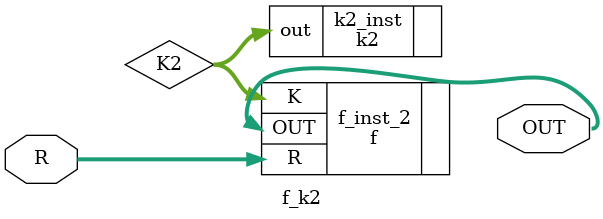
<source format=v>
/**
 * Round function del round 2: funzione f(R, K)
 *
 * Utilizza R1 del round precedente e K2
 * per calcolare il valore (facendo lo XOR con L1) di R2.
*/

module f_k2(
    input [32:1] R,
    output [32:1] OUT
);

    wire [48:1] K2;
    k2 k2_inst(
        .out(K2[48:1])
    );

    f f_inst_2(
        .R(R[32:1]),
        .K(K2[48:1]),
        .OUT(OUT[32:1])
    );
endmodule

</source>
